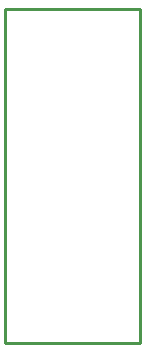
<source format=gbr>
G04 EAGLE Gerber RS-274X export*
G75*
%MOMM*%
%FSLAX34Y34*%
%LPD*%
%IN*%
%IPPOS*%
%AMOC8*
5,1,8,0,0,1.08239X$1,22.5*%
G01*
G04 Define Apertures*
%ADD10C,0.254000*%
D10*
X6350Y3175D02*
X120525Y3175D01*
X120525Y285650D01*
X6350Y285650D01*
X6350Y3175D01*
M02*

</source>
